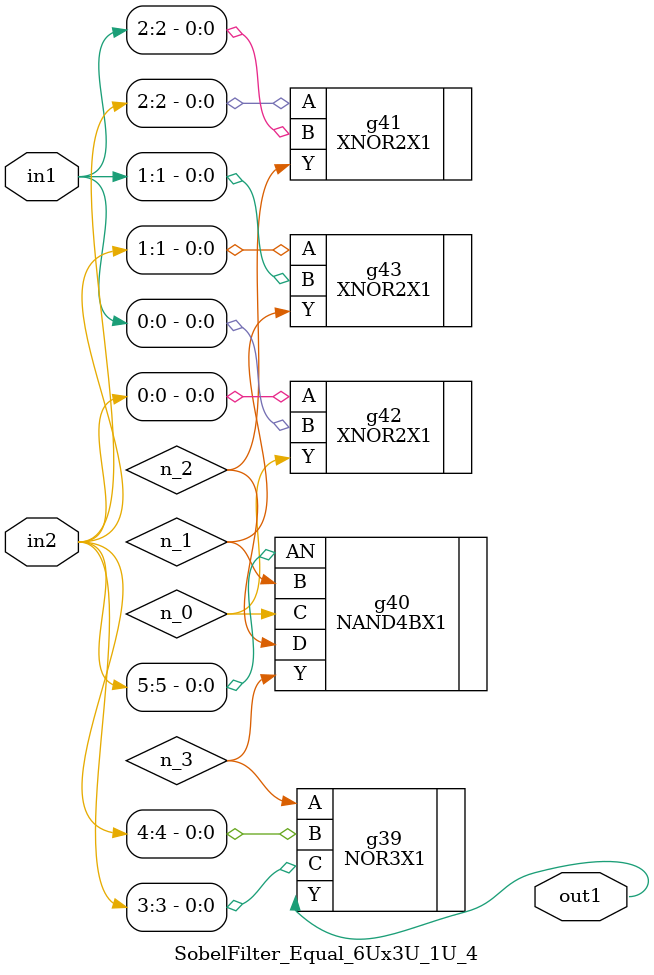
<source format=v>
`timescale 1ps / 1ps


module SobelFilter_Equal_6Ux3U_1U_4(in2, in1, out1);
  input [5:0] in2;
  input [2:0] in1;
  output out1;
  wire [5:0] in2;
  wire [2:0] in1;
  wire out1;
  wire n_0, n_1, n_2, n_3;
  NOR3X1 g39(.A (n_3), .B (in2[4]), .C (in2[3]), .Y (out1));
  NAND4BX1 g40(.AN (in2[5]), .B (n_1), .C (n_0), .D (n_2), .Y (n_3));
  XNOR2X1 g41(.A (in2[2]), .B (in1[2]), .Y (n_2));
  XNOR2X1 g43(.A (in2[1]), .B (in1[1]), .Y (n_1));
  XNOR2X1 g42(.A (in2[0]), .B (in1[0]), .Y (n_0));
endmodule


</source>
